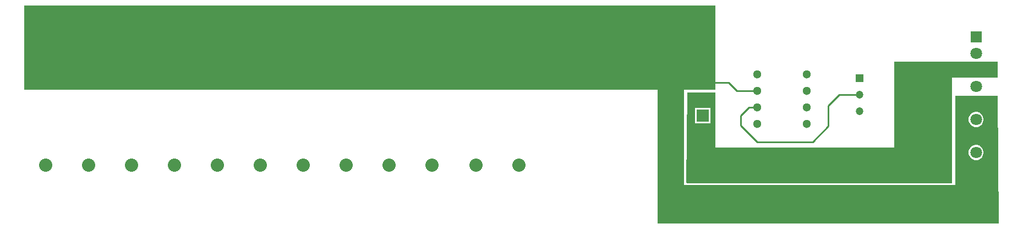
<source format=gbl>
G04*
G04 #@! TF.GenerationSoftware,Altium Limited,Altium Designer,21.2.2 (38)*
G04*
G04 Layer_Physical_Order=2*
G04 Layer_Color=16711680*
%FSLAX25Y25*%
%MOIN*%
G70*
G04*
G04 #@! TF.SameCoordinates,DF2CB07D-5BEF-4587-B490-EA5FA00302EE*
G04*
G04*
G04 #@! TF.FilePolarity,Positive*
G04*
G01*
G75*
%ADD12C,0.01000*%
%ADD23C,0.07087*%
%ADD25R,0.07323X0.07323*%
%ADD26C,0.07323*%
%ADD27C,0.05118*%
%ADD28R,0.04724X0.04724*%
%ADD29C,0.04724*%
%ADD30C,0.08000*%
%ADD31R,0.06500X0.06500*%
G36*
X594500Y116500D02*
X567000D01*
Y52520D01*
X406355D01*
X406003Y52875D01*
X406500Y107500D01*
X423500D01*
Y74000D01*
X532000D01*
Y126000D01*
X594500D01*
Y116500D01*
D02*
G37*
G36*
X423500Y109000D02*
X404500D01*
Y51500D01*
X569000D01*
Y105500D01*
X594500D01*
X595122Y28355D01*
X594770Y28000D01*
X388500D01*
Y109000D01*
X5000D01*
Y160000D01*
X423500D01*
Y109000D01*
D02*
G37*
%LPC*%
G36*
X420661Y98161D02*
X411339D01*
Y88839D01*
X420661D01*
Y98161D01*
D02*
G37*
G36*
X582098Y95543D02*
X580902D01*
X579746Y95234D01*
X578710Y94635D01*
X577865Y93790D01*
X577266Y92754D01*
X576957Y91598D01*
Y90402D01*
X577266Y89246D01*
X577865Y88210D01*
X578710Y87365D01*
X579746Y86766D01*
X580902Y86457D01*
X582098D01*
X583254Y86766D01*
X584290Y87365D01*
X585136Y88210D01*
X585734Y89246D01*
X586043Y90402D01*
Y91598D01*
X585734Y92754D01*
X585136Y93790D01*
X584290Y94635D01*
X583254Y95234D01*
X582098Y95543D01*
D02*
G37*
G36*
Y75543D02*
X580902D01*
X579746Y75234D01*
X578710Y74635D01*
X577865Y73790D01*
X577266Y72754D01*
X576957Y71598D01*
Y70402D01*
X577266Y69246D01*
X577865Y68210D01*
X578710Y67365D01*
X579746Y66766D01*
X580902Y66457D01*
X582098D01*
X583254Y66766D01*
X584290Y67365D01*
X585136Y68210D01*
X585734Y69246D01*
X586043Y70402D01*
Y71598D01*
X585734Y72754D01*
X585136Y73790D01*
X584290Y74635D01*
X583254Y75234D01*
X582098Y75543D01*
D02*
G37*
%LPD*%
D12*
X436500Y108500D02*
X449000D01*
X431500Y113500D02*
X436500Y108500D01*
X416000Y113500D02*
X431500D01*
X444000Y98500D02*
X449000D01*
X439000Y93500D02*
X444000Y98500D01*
X439000Y87500D02*
Y93500D01*
Y87500D02*
X449000Y77500D01*
X482500D01*
X492000Y87000D01*
Y99500D01*
X498500Y106000D02*
X511000D01*
X492000Y99500D02*
X498500Y106000D01*
D23*
X581500Y121000D02*
D03*
Y131000D02*
D03*
Y101000D02*
D03*
Y111000D02*
D03*
Y91000D02*
D03*
Y71000D02*
D03*
Y81000D02*
D03*
D25*
X416000Y93500D02*
D03*
D26*
Y103500D02*
D03*
Y113500D02*
D03*
D27*
X449000Y118500D02*
D03*
Y108500D02*
D03*
X479000D02*
D03*
Y118500D02*
D03*
X449000Y98500D02*
D03*
Y88500D02*
D03*
X479000Y98500D02*
D03*
Y88500D02*
D03*
D28*
X511000Y116000D02*
D03*
D29*
Y106000D02*
D03*
Y96000D02*
D03*
D30*
X304500Y143500D02*
D03*
Y63500D02*
D03*
X278500Y143500D02*
D03*
Y63500D02*
D03*
X252000Y143500D02*
D03*
Y63500D02*
D03*
X226000Y143500D02*
D03*
Y63500D02*
D03*
X200000Y143500D02*
D03*
Y63500D02*
D03*
X174000Y143500D02*
D03*
Y63500D02*
D03*
X148000Y143500D02*
D03*
Y63500D02*
D03*
X122000Y143500D02*
D03*
Y63500D02*
D03*
X96000Y143500D02*
D03*
Y63500D02*
D03*
X70000Y143500D02*
D03*
Y63500D02*
D03*
X44000Y143500D02*
D03*
Y63500D02*
D03*
X18000Y143500D02*
D03*
Y63500D02*
D03*
D31*
X581500Y141000D02*
D03*
M02*

</source>
